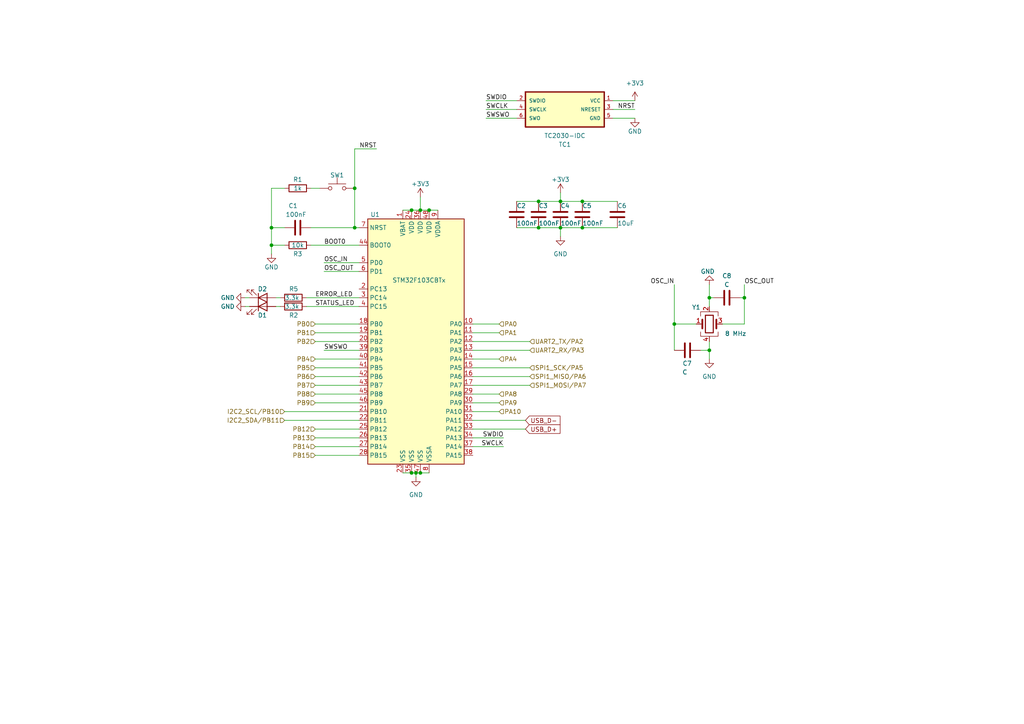
<source format=kicad_sch>
(kicad_sch (version 20230121) (generator eeschema)
  (paper "A4")
  (title_block (title "STM32 Microprocessor") (date "2023-03-19") (rev "000") (company "[JS]"))
  (lib_symbols
    (symbol "Device:C" (pin_numbers hide) (pin_names (offset 0.254))
      (property "Reference" "C" (at 0.635 2.54 0))
      (property "Value" "C" (at 0.635 -2.54 0))
      (symbol "C_0_1"
        (polyline (pts (xy -2.032 -0.762) (xy 2.032 -0.762)) (stroke (width 0.508)))
        (polyline (pts (xy -2.032 0.762) (xy 2.032 0.762)) (stroke (width 0.508)))
      )
      (symbol "C_1_1"
        (pin passive line (at 0 3.81 270) (length 2.794) (name "~") (number "1"))
        (pin passive line (at 0 -3.81 90) (length 2.794) (name "~") (number "2"))
      )
    )
    (symbol "Device:Crystal_GND24" (pin_names (offset 1.016) hide)
      (property "Reference" "Y" (at 3.175 5.08 0))
      (property "Value" "Crystal_GND24" (at 3.175 3.175 0))
      (symbol "Crystal_GND24_0_1"
        (rectangle (start -1.143 2.54) (end 1.143 -2.54) (stroke (width 0.3048)))
        (polyline (pts (xy -2.54 0) (xy -2.032 0)))
        (polyline (pts (xy -2.032 -1.27) (xy -2.032 1.27)) (stroke (width 0.508)))
        (polyline (pts (xy 0 -3.81) (xy 0 -3.556)))
        (polyline (pts (xy 0 3.556) (xy 0 3.81)))
        (polyline (pts (xy 2.032 -1.27) (xy 2.032 1.27)) (stroke (width 0.508)))
        (polyline (pts (xy 2.032 0) (xy 2.54 0)))
        (polyline (pts (xy -2.54 -2.286) (xy -2.54 -3.556) (xy 2.54 -3.556) (xy 2.54 -2.286)))
        (polyline (pts (xy -2.54 2.286) (xy -2.54 3.556) (xy 2.54 3.556) (xy 2.54 2.286)))
      )
      (symbol "Crystal_GND24_1_1"
        (pin passive line (at -3.81 0 0) (length 1.27) (name "1") (number "1"))
        (pin passive line (at 0 5.08 270) (length 1.27) (name "2") (number "2"))
        (pin passive line (at 3.81 0 180) (length 1.27) (name "3") (number "3"))
        (pin passive line (at 0 -5.08 90) (length 1.27) (name "4") (number "4"))
      )
    )
    (symbol "Device:LED" (pin_numbers hide) (pin_names (offset 1.016) hide)
      (property "Reference" "D" (at 0 2.54 0))
      (property "Value" "LED" (at 0 -2.54 0))
      (symbol "LED_0_1"
        (polyline (pts (xy -1.27 -1.27) (xy -1.27 1.27)) (stroke (width 0.254)))
        (polyline (pts (xy -1.27 0) (xy 1.27 0)))
        (polyline (pts (xy 1.27 -1.27) (xy 1.27 1.27) (xy -1.27 0) (xy 1.27 -1.27)) (stroke (width 0.254)))
        (polyline (pts (xy -3.048 -0.762) (xy -4.572 -2.286) (xy -3.81 -2.286) (xy -4.572 -2.286) (xy -4.572 -1.524)))
        (polyline (pts (xy -1.778 -0.762) (xy -3.302 -2.286) (xy -2.54 -2.286) (xy -3.302 -2.286) (xy -3.302 -1.524)))
      )
      (symbol "LED_1_1"
        (pin passive line (at -3.81 0 0) (length 2.54) (name "K") (number "1"))
        (pin passive line (at 3.81 0 180) (length 2.54) (name "A") (number "2"))
      )
    )
    (symbol "Device:R" (pin_numbers hide) (pin_names (offset 0))
      (property "Reference" "R" (at 2.032 0 90))
      (property "Value" "R" (at 0 0 90))
      (symbol "R_0_1"
        (rectangle (start -1.016 -2.54) (end 1.016 2.54) (stroke (width 0.254)))
      )
      (symbol "R_1_1"
        (pin passive line (at 0 3.81 270) (length 1.27) (name "~") (number "1"))
        (pin passive line (at 0 -3.81 90) (length 1.27) (name "~") (number "2"))
      )
    )
    (symbol "GND_1" (power) (pin_names (offset 0))
      (property "Value" "GND_1" (at 0 -3.81 0))
      (symbol "GND_1_0_1"
        (polyline (pts (xy 0 0) (xy 0 -1.27) (xy 1.27 -1.27) (xy 0 -2.54) (xy -1.27 -1.27) (xy 0 -1.27)))
      )
      (symbol "GND_1_1_1"
        (pin power_in line (at 0 0 270) (length 0) hide (name "GND") (number "1"))
      )
    )
    (symbol "MCU_ST_STM32F1:STM32F103CBTx"
      (property "Reference" "U" (at -15.24 36.83 0))
      (property "Value" "STM32F103CBTx" (at 7.62 36.83 0))
      (symbol "STM32F103CBTx_0_1"
        (rectangle (start -15.24 -35.56) (end 12.7 35.56) (stroke (width 0.254)) (fill (type background)))
      )
      (symbol "STM32F103CBTx_1_1"
        (pin power_in line (at -5.08 38.1 270) (length 2.54) (name "VBAT") (number "1"))
        (pin bidirectional line (at 15.24 5.08 180) (length 2.54) (name "PA0") (number "10"))
        (pin bidirectional line (at 15.24 2.54 180) (length 2.54) (name "PA1") (number "11"))
        (pin bidirectional line (at 15.24 0 180) (length 2.54) (name "PA2") (number "12"))
        (pin bidirectional line (at 15.24 -2.54 180) (length 2.54) (name "PA3") (number "13"))
        (pin bidirectional line (at 15.24 -5.08 180) (length 2.54) (name "PA4") (number "14"))
        (pin bidirectional line (at 15.24 -7.62 180) (length 2.54) (name "PA5") (number "15"))
        (pin bidirectional line (at 15.24 -10.16 180) (length 2.54) (name "PA6") (number "16"))
        (pin bidirectional line (at 15.24 -12.7 180) (length 2.54) (name "PA7") (number "17"))
        (pin bidirectional line (at -17.78 5.08 0) (length 2.54) (name "PB0") (number "18"))
        (pin bidirectional line (at -17.78 2.54 0) (length 2.54) (name "PB1") (number "19"))
        (pin bidirectional line (at -17.78 15.24 0) (length 2.54) (name "PC13") (number "2"))
        (pin bidirectional line (at -17.78 0 0) (length 2.54) (name "PB2") (number "20"))
        (pin bidirectional line (at -17.78 -20.32 0) (length 2.54) (name "PB10") (number "21"))
        (pin bidirectional line (at -17.78 -22.86 0) (length 2.54) (name "PB11") (number "22"))
        (pin power_in line (at -5.08 -38.1 90) (length 2.54) (name "VSS") (number "23"))
        (pin power_in line (at -2.54 38.1 270) (length 2.54) (name "VDD") (number "24"))
        (pin bidirectional line (at -17.78 -25.4 0) (length 2.54) (name "PB12") (number "25"))
        (pin bidirectional line (at -17.78 -27.94 0) (length 2.54) (name "PB13") (number "26"))
        (pin bidirectional line (at -17.78 -30.48 0) (length 2.54) (name "PB14") (number "27"))
        (pin bidirectional line (at -17.78 -33.02 0) (length 2.54) (name "PB15") (number "28"))
        (pin bidirectional line (at 15.24 -15.24 180) (length 2.54) (name "PA8") (number "29"))
        (pin bidirectional line (at -17.78 12.7 0) (length 2.54) (name "PC14") (number "3"))
        (pin bidirectional line (at 15.24 -17.78 180) (length 2.54) (name "PA9") (number "30"))
        (pin bidirectional line (at 15.24 -20.32 180) (length 2.54) (name "PA10") (number "31"))
        (pin bidirectional line (at 15.24 -22.86 180) (length 2.54) (name "PA11") (number "32"))
        (pin bidirectional line (at 15.24 -25.4 180) (length 2.54) (name "PA12") (number "33"))
        (pin bidirectional line (at 15.24 -27.94 180) (length 2.54) (name "PA13") (number "34"))
        (pin power_in line (at -2.54 -38.1 90) (length 2.54) (name "VSS") (number "35"))
        (pin power_in line (at 0 38.1 270) (length 2.54) (name "VDD") (number "36"))
        (pin bidirectional line (at 15.24 -30.48 180) (length 2.54) (name "PA14") (number "37"))
        (pin bidirectional line (at 15.24 -33.02 180) (length 2.54) (name "PA15") (number "38"))
        (pin bidirectional line (at -17.78 -2.54 0) (length 2.54) (name "PB3") (number "39"))
        (pin bidirectional line (at -17.78 10.16 0) (length 2.54) (name "PC15") (number "4"))
        (pin bidirectional line (at -17.78 -5.08 0) (length 2.54) (name "PB4") (number "40"))
        (pin bidirectional line (at -17.78 -7.62 0) (length 2.54) (name "PB5") (number "41"))
        (pin bidirectional line (at -17.78 -10.16 0) (length 2.54) (name "PB6") (number "42"))
        (pin bidirectional line (at -17.78 -12.7 0) (length 2.54) (name "PB7") (number "43"))
        (pin input line (at -17.78 27.94 0) (length 2.54) (name "BOOT0") (number "44"))
        (pin bidirectional line (at -17.78 -15.24 0) (length 2.54) (name "PB8") (number "45"))
        (pin bidirectional line (at -17.78 -17.78 0) (length 2.54) (name "PB9") (number "46"))
        (pin power_in line (at 0 -38.1 90) (length 2.54) (name "VSS") (number "47"))
        (pin power_in line (at 2.54 38.1 270) (length 2.54) (name "VDD") (number "48"))
        (pin input line (at -17.78 22.86 0) (length 2.54) (name "PD0") (number "5"))
        (pin input line (at -17.78 20.32 0) (length 2.54) (name "PD1") (number "6"))
        (pin input line (at -17.78 33.02 0) (length 2.54) (name "NRST") (number "7"))
        (pin power_in line (at 2.54 -38.1 90) (length 2.54) (name "VSSA") (number "8"))
        (pin power_in line (at 5.08 38.1 270) (length 2.54) (name "VDDA") (number "9"))
      )
    )
    (symbol "Switch:SW_Push" (pin_numbers hide) (pin_names (offset 1.016) hide)
      (property "Reference" "SW" (at 1.27 2.54 0))
      (property "Value" "SW_Push" (at 0 -1.524 0))
      (symbol "SW_Push_0_1"
        (circle (center -2.032 0) (radius 0.508))
        (polyline (pts (xy 0 1.27) (xy 0 3.048)))
        (polyline (pts (xy 2.54 1.27) (xy -2.54 1.27)))
        (circle (center 2.032 0) (radius 0.508))
        (pin passive line (at -5.08 0 0) (length 2.54) (name "1") (number "1"))
        (pin passive line (at 5.08 0 180) (length 2.54) (name "2") (number "2"))
      )
    )
    (symbol "TC2030-IDC:TC2030-IDC" (pin_names (offset 1.016))
      (property "Reference" "TC" (at -3.81 5.842 0))
      (property "Value" "TC2030-IDC" (at -3.81 -7.62 0))
      (symbol "TC2030-IDC_0_0"
        (rectangle (start -10.16 -5.08) (end 12.7 5.08) (stroke (width 0.4064)) (fill (type background)))
        (pin passive line (at 15.24 -2.54 180) (length 2.54) (name "VCC") (number "1"))
        (pin passive line (at -12.7 -2.54 0) (length 2.54) (name "SWDIO") (number "2"))
        (pin passive line (at 15.24 0 180) (length 2.54) (name "NRESET") (number "3"))
        (pin passive line (at -12.7 0 0) (length 2.54) (name "SWCLK") (number "4"))
        (pin passive line (at 15.24 2.54 180) (length 2.54) (name "GND") (number "5"))
        (pin passive line (at -12.7 2.54 0) (length 2.54) (name "SWO") (number "6"))
      )
    )
    (symbol "power:+3V3" (power) (pin_names (offset 0))
      (property "Value" "+3V3" (at 0 3.556 0))
      (symbol "+3V3_0_1"
        (polyline (pts (xy -0.762 1.27) (xy 0 2.54)))
        (polyline (pts (xy 0 0) (xy 0 2.54)))
        (polyline (pts (xy 0 2.54) (xy 0.762 1.27)))
      )
      (symbol "+3V3_1_1"
        (pin power_in line (at 0 0 90) (length 0) hide (name "+3V3") (number "1"))
      )
    )
    (symbol "power:GND" (power) (pin_names (offset 0))
      (property "Value" "GND" (at 0 -3.81 0))
      (symbol "GND_0_1"
        (polyline (pts (xy 0 0) (xy 0 -1.27) (xy 1.27 -1.27) (xy 0 -2.54) (xy -1.27 -1.27) (xy 0 -1.27)))
      )
      (symbol "GND_1_1"
        (pin power_in line (at 0 0 270) (length 0) hide (name "GND") (number "1"))
      )
    )
  )
  (junction (at 162.56 58.42))
  (junction (at 78.74 71.12))
  (junction (at 102.87 66.04))
  (junction (at 121.92 60.96))
  (junction (at 124.46 60.96))
  (junction (at 195.58 93.98))
  (junction (at 78.74 66.04))
  (junction (at 168.91 58.42))
  (junction (at 205.74 101.6))
  (junction (at 120.65 137.16))
  (junction (at 156.21 66.04))
  (junction (at 102.87 54.61))
  (junction (at 119.38 137.16))
  (junction (at 162.56 66.04))
  (junction (at 205.74 86.36))
  (junction (at 215.9 86.36))
  (junction (at 156.21 58.42))
  (junction (at 168.91 66.04))
  (junction (at 121.92 137.16))
  (junction (at 119.38 60.96))
  (wire (pts (xy 153.67 109.22) (xy 137.16 109.22)))
  (wire (pts (xy 91.44 124.46) (xy 104.14 124.46)))
  (wire (pts (xy 78.74 66.04) (xy 78.74 71.12)))
  (wire (pts (xy 195.58 93.98) (xy 201.93 93.98)))
  (wire (pts (xy 91.44 127) (xy 104.14 127)))
  (wire (pts (xy 205.74 99.06) (xy 205.74 101.6)))
  (wire (pts (xy 215.9 82.55) (xy 215.9 86.36)))
  (wire (pts (xy 140.97 31.75) (xy 149.86 31.75)))
  (wire (pts (xy 81.28 86.36) (xy 80.01 86.36)))
  (wire (pts (xy 91.44 129.54) (xy 104.14 129.54)))
  (wire (pts (xy 177.8 29.21) (xy 184.15 29.21)))
  (wire (pts (xy 119.38 60.96) (xy 121.92 60.96)))
  (wire (pts (xy 90.17 54.61) (xy 92.71 54.61)))
  (wire (pts (xy 93.98 101.6) (xy 104.14 101.6)))
  (wire (pts (xy 203.2 101.6) (xy 205.74 101.6)))
  (wire (pts (xy 109.22 43.18) (xy 102.87 43.18)))
  (wire (pts (xy 91.44 132.08) (xy 104.14 132.08)))
  (wire (pts (xy 91.44 111.76) (xy 104.14 111.76)))
  (wire (pts (xy 102.87 43.18) (xy 102.87 54.61)))
  (wire (pts (xy 137.16 96.52) (xy 144.78 96.52)))
  (wire (pts (xy 205.74 86.36) (xy 207.01 86.36)))
  (wire (pts (xy 90.17 66.04) (xy 102.87 66.04)))
  (wire (pts (xy 137.16 127) (xy 146.05 127)))
  (wire (pts (xy 72.39 88.9) (xy 71.12 88.9)))
  (wire (pts (xy 156.21 66.04) (xy 162.56 66.04)))
  (wire (pts (xy 121.92 57.15) (xy 121.92 60.96)))
  (wire (pts (xy 215.9 93.98) (xy 209.55 93.98)))
  (wire (pts (xy 119.38 137.16) (xy 120.65 137.16)))
  (wire (pts (xy 215.9 86.36) (xy 215.9 93.98)))
  (wire (pts (xy 120.65 137.16) (xy 121.92 137.16)))
  (wire (pts (xy 153.67 106.68) (xy 137.16 106.68)))
  (wire (pts (xy 81.28 88.9) (xy 80.01 88.9)))
  (wire (pts (xy 121.92 60.96) (xy 124.46 60.96)))
  (wire (pts (xy 91.44 116.84) (xy 104.14 116.84)))
  (wire (pts (xy 177.8 34.29) (xy 184.15 34.29)))
  (wire (pts (xy 195.58 82.55) (xy 195.58 93.98)))
  (wire (pts (xy 162.56 66.04) (xy 168.91 66.04)))
  (wire (pts (xy 78.74 71.12) (xy 82.55 71.12)))
  (wire (pts (xy 137.16 93.98) (xy 144.78 93.98)))
  (wire (pts (xy 91.44 93.98) (xy 104.14 93.98)))
  (wire (pts (xy 91.44 114.3) (xy 104.14 114.3)))
  (wire (pts (xy 102.87 54.61) (xy 102.87 66.04)))
  (wire (pts (xy 137.16 119.38) (xy 144.78 119.38)))
  (wire (pts (xy 91.44 106.68) (xy 104.14 106.68)))
  (wire (pts (xy 78.74 73.66) (xy 78.74 71.12)))
  (wire (pts (xy 88.9 86.36) (xy 104.14 86.36)))
  (wire (pts (xy 137.16 114.3) (xy 144.78 114.3)))
  (wire (pts (xy 162.56 55.88) (xy 162.56 58.42)))
  (wire (pts (xy 137.16 124.46) (xy 152.4 124.46)))
  (wire (pts (xy 153.67 111.76) (xy 137.16 111.76)))
  (wire (pts (xy 162.56 66.04) (xy 162.56 68.58)))
  (wire (pts (xy 82.55 119.38) (xy 104.14 119.38)))
  (wire (pts (xy 72.39 86.36) (xy 71.12 86.36)))
  (wire (pts (xy 78.74 54.61) (xy 82.55 54.61)))
  (wire (pts (xy 137.16 116.84) (xy 144.78 116.84)))
  (wire (pts (xy 102.87 66.04) (xy 104.14 66.04)))
  (wire (pts (xy 93.98 78.74) (xy 104.14 78.74)))
  (wire (pts (xy 121.92 137.16) (xy 124.46 137.16)))
  (wire (pts (xy 91.44 109.22) (xy 104.14 109.22)))
  (wire (pts (xy 149.86 66.04) (xy 156.21 66.04)))
  (wire (pts (xy 78.74 66.04) (xy 82.55 66.04)))
  (wire (pts (xy 140.97 34.29) (xy 149.86 34.29)))
  (wire (pts (xy 177.8 31.75) (xy 184.15 31.75)))
  (wire (pts (xy 116.84 137.16) (xy 119.38 137.16)))
  (wire (pts (xy 149.86 58.42) (xy 156.21 58.42)))
  (wire (pts (xy 205.74 86.36) (xy 205.74 88.9)))
  (wire (pts (xy 168.91 58.42) (xy 179.07 58.42)))
  (wire (pts (xy 137.16 104.14) (xy 144.78 104.14)))
  (wire (pts (xy 137.16 121.92) (xy 152.4 121.92)))
  (wire (pts (xy 168.91 66.04) (xy 179.07 66.04)))
  (wire (pts (xy 137.16 101.6) (xy 153.67 101.6)))
  (wire (pts (xy 93.98 76.2) (xy 104.14 76.2)))
  (wire (pts (xy 205.74 82.55) (xy 205.74 86.36)))
  (wire (pts (xy 162.56 58.42) (xy 168.91 58.42)))
  (wire (pts (xy 137.16 99.06) (xy 153.67 99.06)))
  (wire (pts (xy 91.44 99.06) (xy 104.14 99.06)))
  (wire (pts (xy 205.74 101.6) (xy 205.74 104.14)))
  (wire (pts (xy 116.84 60.96) (xy 119.38 60.96)))
  (wire (pts (xy 88.9 88.9) (xy 104.14 88.9)))
  (wire (pts (xy 214.63 86.36) (xy 215.9 86.36)))
  (wire (pts (xy 124.46 60.96) (xy 127 60.96)))
  (wire (pts (xy 137.16 129.54) (xy 146.05 129.54)))
  (wire (pts (xy 140.97 29.21) (xy 149.86 29.21)))
  (wire (pts (xy 91.44 104.14) (xy 104.14 104.14)))
  (wire (pts (xy 156.21 58.42) (xy 162.56 58.42)))
  (wire (pts (xy 91.44 96.52) (xy 104.14 96.52)))
  (wire (pts (xy 120.65 137.16) (xy 120.65 138.43)))
  (wire (pts (xy 82.55 121.92) (xy 104.14 121.92)))
  (wire (pts (xy 90.17 71.12) (xy 104.14 71.12)))
  (wire (pts (xy 195.58 93.98) (xy 195.58 101.6)))
  (wire (pts (xy 78.74 54.61) (xy 78.74 66.04)))
  (label "NRST" (at 109.22 43.18 180))
  (label "SWCLK" (at 140.97 31.75 0))
  (label "SWSWO" (at 140.97 34.29 0))
  (label "NRST" (at 184.15 31.75 180))
  (label "BOOT0" (at 93.98 71.12 0))
  (label "ERROR_LED" (at 91.44 86.36 0))
  (label "SWSWO" (at 93.98 101.6 0))
  (label "SWDIO" (at 146.05 127 180))
  (label "SWCLK" (at 146.05 129.54 180))
  (label "OSC_OUT" (at 93.98 78.74 0))
  (label "OSC_OUT" (at 215.9 82.55 0))
  (label "OSC_IN" (at 93.98 76.2 0))
  (label "STATUS_LED" (at 91.44 88.9 0))
  (label "SWDIO" (at 140.97 29.21 0))
  (label "OSC_IN" (at 195.58 82.55 180))
  (global_label "USB_D-" (shape input) (at 152.4 121.92 0) (property "Intersheetrefs" "${INTERSHEET_REFS}" (effects hide)))
  (global_label "USB_D+" (shape input) (at 152.4 124.46 0) (property "Intersheetrefs" "${INTERSHEET_REFS}" (effects hide)))
  (hierarchical_label "I2C2_SCL{slash}PB10" (shape input) (at 82.55 119.38 180))
  (hierarchical_label "PB14" (shape input) (at 91.44 129.54 180))
  (hierarchical_label "PA10" (shape input) (at 144.78 119.38 0))
  (hierarchical_label "PB7" (shape input) (at 91.44 111.76 180))
  (hierarchical_label "PB2" (shape input) (at 91.44 99.06 180))
  (hierarchical_label "SPI1_SCK{slash}PA5" (shape input) (at 153.67 106.68 0))
  (hierarchical_label "PB15" (shape input) (at 91.44 132.08 180))
  (hierarchical_label "PB0" (shape input) (at 91.44 93.98 180))
  (hierarchical_label "SPI1_MISO{slash}PA6" (shape input) (at 153.67 109.22 0))
  (hierarchical_label "PB4" (shape input) (at 91.44 104.14 180))
  (hierarchical_label "PB6" (shape input) (at 91.44 109.22 180))
  (hierarchical_label "PA1" (shape input) (at 144.78 96.52 0))
  (hierarchical_label "UART2_RX{slash}PA3" (shape input) (at 153.67 101.6 0))
  (hierarchical_label "PB1" (shape input) (at 91.44 96.52 180))
  (hierarchical_label "PB8" (shape input) (at 91.44 114.3 180))
  (hierarchical_label "PA9" (shape input) (at 144.78 116.84 0))
  (hierarchical_label "PB5" (shape input) (at 91.44 106.68 180))
  (hierarchical_label "PA8" (shape input) (at 144.78 114.3 0))
  (hierarchical_label "PB9" (shape input) (at 91.44 116.84 180))
  (hierarchical_label "I2C2_SDA{slash}PB11" (shape input) (at 82.55 121.92 180))
  (hierarchical_label "PA4" (shape input) (at 144.78 104.14 0))
  (hierarchical_label "PB12" (shape input) (at 91.44 124.46 180))
  (hierarchical_label "PA0" (shape input) (at 144.78 93.98 0))
  (hierarchical_label "PB13" (shape input) (at 91.44 127 180))
  (hierarchical_label "SPI1_MOSI{slash}PA7" (shape input) (at 153.67 111.76 0))
  (hierarchical_label "UART2_TX{slash}PA2" (shape input) (at 153.67 99.06 0))
  (symbol (lib_id "Switch:SW_Push") (at 97.79 54.61 0) (unit 1)
    (property "Reference" "SW1" (at 97.79 50.8 0))
    (property "Value" "SW_Push" (effects hide))
    (property "Footprint" "Button_Switch_SMD:SW_SPST_B3U-1100P" (effects hide))
  )
  (symbol (lib_id "Device:R") (at 85.09 88.9 270) (unit 1)
    (property "Reference" "R2" (at 83.8201 91.44 90) (effects (justify left)))
    (property "Value" "3.3k" (at 82.5501 88.9 90) (effects (justify left)))
    (property "Footprint" "Resistor_SMD:R_0805_2012Metric" (effects hide))
    (instances (project "SimpleECG_v0" (path "" (reference "R2") (unit 1))) (project "EEG" (path "" (reference "R15") (unit 1))))
  )
  (symbol (lib_id "Device:C") (at 199.39 101.6 90) (unit 1)
    (property "Reference" "C7" (at 200.6599 105.41 90) (effects (justify left)))
    (property "Value" "C" (at 199.3899 107.95 90) (effects (justify left)))
    (property "Footprint" "Capacitor_SMD:C_0805_2012Metric" (effects hide))
    (instances (project "SimpleECG_v0" (path "" (reference "C7") (unit 1))) (project "EEG" (path "" (reference "C21") (unit 1))))
  )
  (symbol (lib_id "power:GND") (at 205.74 104.14 0) (unit 1)
    (property "Reference" "#PWR018" (effects hide))
    (property "Value" "GND" (at 205.74 109.22 0))
    (instances (project "SimpleECG_v0" (path "" (reference "#PWR018") (unit 1))) (project "EEG" (path "" (reference "#PWR04") (unit 1))))
  )
  (symbol (lib_id "MCU_ST_STM32F1:STM32F103CBTx") (at 121.92 99.06 0) (unit 1)
    (property "Reference" "U1" (at 107.4294 62.23 0) (effects (justify left)))
    (property "Value" "STM32F103CBTx" (at 113.7794 81.28 0) (effects (justify left)))
    (property "Footprint" "Package_QFP:LQFP-48_7x7mm_P0.5mm" (effects hide))
    (property "Datasheet" "http://www.st.com/st-web-ui/static/active/en/resource/technical/document/datasheet/CD00161566.pdf" (effects hide))
    (instances (project "SimpleECG_v0" (path "" (reference "U1") (unit 1))) (project "EEG" (path "" (reference "U2") (unit 1))))
  )
  (symbol (lib_id "Device:C") (at 156.21 62.23 0) (unit 1)
    (property "Reference" "C3" (at 156.21 59.6899 0) (effects (justify left)))
    (property "Value" "100nF" (at 156.21 64.7699 0) (effects (justify left)))
    (property "Footprint" "Capacitor_SMD:C_0805_2012Metric" (effects hide))
    (instances (project "SimpleECG_v0" (path "" (reference "C3") (unit 1))) (project "EEG" (path "" (reference "C29") (unit 1))))
  )
  (symbol (lib_id "TC2030-IDC:TC2030-IDC") (at 162.56 31.75 0) (mirror x) (unit 1)
    (property "Reference" "TC1" (at 163.83 41.91 0))
    (property "Value" "TC2030-IDC" (at 163.83 39.37 0))
    (property "Footprint" "Connector:Tag-Connect_TC2030-IDC-FP_2x03_P1.27mm_Vertical" (effects hide))
  )
  (symbol (lib_id "power:GND") (at 205.74 82.55 180) (unit 1)
    (property "Reference" "#PWR017" (effects hide))
    (property "Value" "GND" (at 203.2 78.7399 0) (effects (justify right)))
    (instances (project "SimpleECG_v0" (path "" (reference "#PWR017") (unit 1))) (project "EEG" (path "" (reference "#PWR03") (unit 1))))
  )
  (symbol (lib_id "Device:C") (at 149.86 62.23 0) (unit 1)
    (property "Reference" "C2" (at 149.86 59.6899 0) (effects (justify left)))
    (property "Value" "100nF" (at 149.86 64.7699 0) (effects (justify left)))
    (property "Footprint" "Capacitor_SMD:C_0805_2012Metric" (effects hide))
    (instances (project "SimpleECG_v0" (path "" (reference "C2") (unit 1))) (project "EEG" (path "" (reference "C28") (unit 1))))
  )
  (symbol (lib_id "power:+3V3") (at 162.56 55.88 0) (unit 1)
    (property "Reference" "#PWR03" (effects hide))
    (property "Value" "+3V3" (at 162.56 52.07 0))
  )
  (symbol (lib_id "Device:R") (at 86.36 54.61 90) (unit 1)
    (property "Reference" "R1" (at 86.36 52.07 90))
    (property "Value" "1k" (at 86.36 54.61 90))
    (property "Footprint" "Resistor_SMD:R_0805_2012Metric" (effects hide))
    (instances (project "SimpleECG_v0" (path "" (reference "R1") (unit 1))) (project "EEG" (path "" (reference "R22") (unit 1))))
  )
  (symbol (lib_id "Device:C") (at 86.36 66.04 270) (unit 1)
    (property "Reference" "C1" (at 86.3599 59.69 90) (effects (justify right)))
    (property "Value" "100nF" (at 88.8999 62.23 90) (effects (justify right)))
    (property "Footprint" "Capacitor_SMD:C_0805_2012Metric" (effects hide))
    (instances (project "SimpleECG_v0" (path "" (reference "C1") (unit 1))) (project "EEG" (path "" (reference "C27") (unit 1))))
  )
  (symbol (lib_id "power:GND") (at 184.15 34.29 0) (mirror y) (unit 1)
    (property "Reference" "#PWR019" (effects hide))
    (property "Value" "GND" (at 184.15 38.1 0))
    (instances (project "SimpleECG_v0" (path "" (reference "#PWR019") (unit 1))) (project "EEG" (path "" (reference "#PWR0126") (unit 1))))
  )
  (symbol (lib_id "Device:C") (at 162.56 62.23 0) (unit 1)
    (property "Reference" "C4" (at 162.56 59.6899 0) (effects (justify left)))
    (property "Value" "100nF" (at 162.56 64.7699 0) (effects (justify left)))
    (property "Footprint" "Capacitor_SMD:C_0805_2012Metric" (effects hide))
    (instances (project "SimpleECG_v0" (path "" (reference "C4") (unit 1))) (project "EEG" (path "" (reference "C30") (unit 1))))
  )
  (symbol (lib_name "GND_1") (lib_id "power:GND") (at 120.65 138.43 0) (unit 1)
    (property "Reference" "#PWR05" (effects hide))
    (property "Value" "GND" (at 120.65 143.51 0))
  )
  (symbol (lib_id "Device:C") (at 168.91 62.23 0) (unit 1)
    (property "Reference" "C5" (at 168.91 59.6899 0) (effects (justify left)))
    (property "Value" "100nF" (at 168.91 64.7699 0) (effects (justify left)))
    (property "Footprint" "Capacitor_SMD:C_0805_2012Metric" (effects hide))
    (instances (project "SimpleECG_v0" (path "" (reference "C5") (unit 1))) (project "EEG" (path "" (reference "C31") (unit 1))))
  )
  (symbol (lib_id "power:+3V3") (at 184.15 29.21 0) (mirror y) (unit 1)
    (property "Reference" "#PWR08" (effects hide))
    (property "Value" "+3V3" (at 184.15 24.13 0))
  )
  (symbol (lib_id "Device:C") (at 179.07 62.23 0) (unit 1)
    (property "Reference" "C6" (at 179.07 59.6899 0) (effects (justify left)))
    (property "Value" "10uF" (at 179.07 64.7699 0) (effects (justify left)))
    (property "Footprint" "Capacitor_SMD:C_0805_2012Metric" (effects hide))
    (instances (project "SimpleECG_v0" (path "" (reference "C6") (unit 1))) (project "EEG" (path "" (reference "C33") (unit 1))))
  )
  (symbol (lib_id "Device:C") (at 210.82 86.36 270) (unit 1)
    (property "Reference" "C8" (at 210.82 80.01 90))
    (property "Value" "C" (at 210.82 82.55 90))
    (property "Footprint" "Capacitor_SMD:C_0805_2012Metric" (effects hide))
    (instances (project "SimpleECG_v0" (path "" (reference "C8") (unit 1))) (project "EEG" (path "" (reference "C24") (unit 1))))
  )
  (symbol (lib_id "Device:Crystal_GND24") (at 205.74 93.98 0) (unit 1)
    (property "Reference" "Y1" (at 201.93 89.1286 0))
    (property "Value" "8 MHz" (at 213.36 96.7486 0))
    (property "Footprint" "Crystal:Crystal_SMD_3225-4Pin_3.2x2.5mm" (effects hide))
  )
  (symbol (lib_id "power:+3V3") (at 121.92 57.15 0) (unit 1)
    (property "Reference" "#PWR01" (effects hide))
    (property "Value" "+3V3" (at 121.92 53.34 0))
  )
  (symbol (lib_id "power:GND") (at 162.56 68.58 0) (unit 1)
    (property "Reference" "#PWR011" (effects hide))
    (property "Value" "GND" (at 162.56 73.66 0))
    (instances (project "SimpleECG_v0" (path "" (reference "#PWR011") (unit 1))) (project "EEG" (path "" (reference "#PWR0119") (unit 1))))
  )
  (symbol (lib_id "Device:LED") (at 76.2 88.9 0) (unit 1)
    (property "Reference" "D1" (at 77.47 91.44 0) (effects (justify right)))
    (property "Value" "LED" (effects hide))
    (property "Footprint" "LED_SMD:LED_0805_2012Metric" (effects hide))
  )
  (symbol (lib_id "power:GND") (at 71.12 86.36 270) (unit 1)
    (property "Reference" "#PWR02" (effects hide))
    (property "Value" "GND" (at 66.04 86.36 90))
    (instances (project "SimpleECG_v0" (path "" (reference "#PWR02") (unit 1))) (project "EEG" (path "" (reference "#PWR0120") (unit 1))))
  )
  (symbol (lib_id "power:GND") (at 71.12 88.9 270) (unit 1)
    (property "Reference" "#PWR04" (effects hide))
    (property "Value" "GND" (at 66.04 88.9 90))
    (instances (project "SimpleECG_v0" (path "" (reference "#PWR04") (unit 1))) (project "EEG" (path "" (reference "#PWR0120") (unit 1))))
  )
  (symbol (lib_id "power:GND") (at 78.74 73.66 0) (unit 1)
    (property "Reference" "#PWR06" (effects hide))
    (property "Value" "GND" (at 78.74 77.47 0))
    (instances (project "SimpleECG_v0" (path "" (reference "#PWR06") (unit 1))) (project "EEG" (path "" (reference "#PWR0123") (unit 1))))
  )
  (symbol (lib_id "Device:LED") (at 76.2 86.36 0) (mirror x) (unit 1)
    (property "Reference" "D2" (at 77.47 83.82 0) (effects (justify right)))
    (property "Value" "LED" (effects hide))
    (property "Footprint" "LED_SMD:LED_0805_2012Metric" (effects hide))
    (instances (project "SimpleECG_v0" (path "" (reference "D2") (unit 1))) (project "EEG" (path "" (reference "D1") (unit 1))))
  )
  (symbol (lib_id "Device:R") (at 85.09 86.36 270) (unit 1)
    (property "Reference" "R5" (at 83.82 83.82 90) (effects (justify left)))
    (property "Value" "3.3k" (at 82.5501 86.36 90) (effects (justify left)))
    (property "Footprint" "Resistor_SMD:R_0805_2012Metric" (effects hide))
    (instances (project "SimpleECG_v0" (path "" (reference "R5") (unit 1))) (project "EEG" (path "" (reference "R15") (unit 1))))
  )
  (symbol (lib_id "Device:R") (at 86.36 71.12 90) (unit 1)
    (property "Reference" "R3" (at 86.36 73.66 90))
    (property "Value" "10k" (at 86.36 71.12 90))
    (property "Footprint" "Resistor_SMD:R_0805_2012Metric" (effects hide))
    (instances (project "SimpleECG_v0" (path "" (reference "R3") (unit 1))) (project "EEG" (path "" (reference "R14") (unit 1))))
  )
)
</source>
